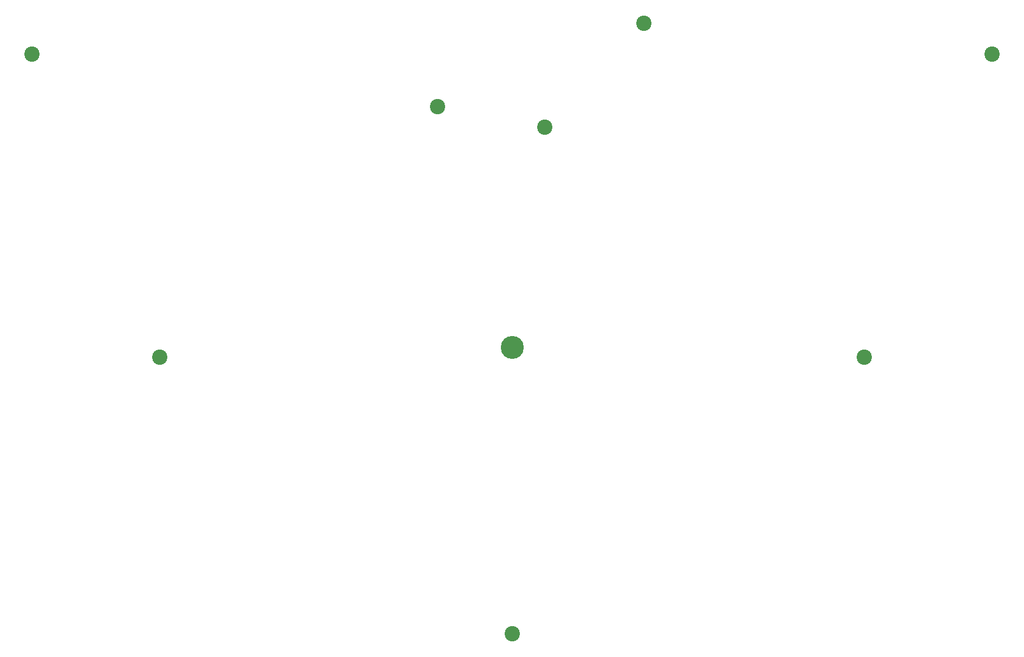
<source format=gbs>
G04 #@! TF.GenerationSoftware,KiCad,Pcbnew,(5.1.9)-1*
G04 #@! TF.CreationDate,2021-07-05T22:29:12+03:00*
G04 #@! TF.ProjectId,choctopus44-bottom-plate,63686f63-746f-4707-9573-34342d626f74,1.0 Prototype*
G04 #@! TF.SameCoordinates,Original*
G04 #@! TF.FileFunction,Soldermask,Bot*
G04 #@! TF.FilePolarity,Negative*
%FSLAX46Y46*%
G04 Gerber Fmt 4.6, Leading zero omitted, Abs format (unit mm)*
G04 Created by KiCad (PCBNEW (5.1.9)-1) date 2021-07-05 22:29:12*
%MOMM*%
%LPD*%
G01*
G04 APERTURE LIST*
%ADD10C,2.400000*%
%ADD11C,3.600000*%
G04 APERTURE END LIST*
D10*
X133000000Y-72000000D03*
X149750000Y-75250000D03*
X165250000Y-59000000D03*
X89570000Y-111250000D03*
X199750000Y-111250000D03*
X219710000Y-63810000D03*
X144660000Y-154500000D03*
X69610000Y-63810000D03*
D11*
X144660000Y-109680000D03*
M02*

</source>
